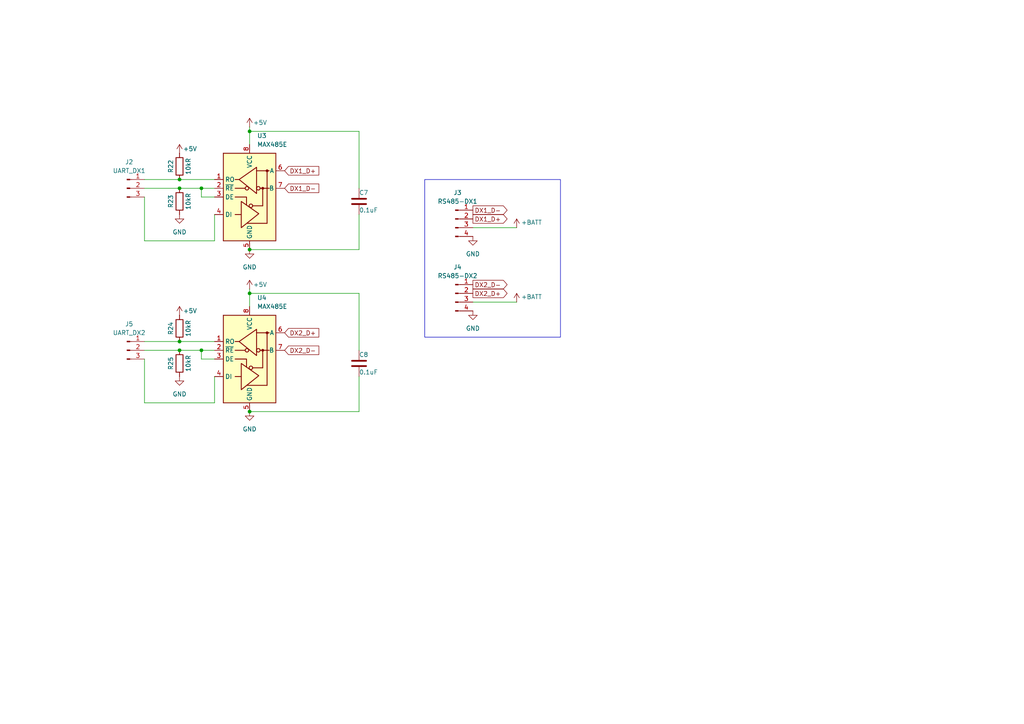
<source format=kicad_sch>
(kicad_sch (version 20231120) (generator "eeschema") (generator_version "8.0")
  (paper "A4")
  (lib_symbols
    (symbol "Connector:Conn_01x03_Pin" (pin_names (offset 1.016) hide)
      (property "Reference" "J" (at 0 5.08 0))
      (property "Value" "Conn_01x03_Pin" (at 0 -5.08 0))
      (symbol "Conn_01x03_Pin_1_1"
        (polyline (pts (xy 1.27 -2.54) (xy 0.8636 -2.54)) (stroke (width 0.1524)))
        (polyline (pts (xy 1.27 0) (xy 0.8636 0)) (stroke (width 0.1524)))
        (polyline (pts (xy 1.27 2.54) (xy 0.8636 2.54)) (stroke (width 0.1524)))
        (rectangle (start 0.8636 -2.413) (end 0 -2.667) (stroke (width 0.1524)) (fill (type outline)))
        (rectangle (start 0.8636 0.127) (end 0 -0.127) (stroke (width 0.1524)) (fill (type outline)))
        (rectangle (start 0.8636 2.667) (end 0 2.413) (stroke (width 0.1524)) (fill (type outline)))
        (pin passive line (at 5.08 2.54 180) (length 3.81) (name "Pin_1") (number "1"))
        (pin passive line (at 5.08 0 180) (length 3.81) (name "Pin_2") (number "2"))
        (pin passive line (at 5.08 -2.54 180) (length 3.81) (name "Pin_3") (number "3"))
      )
    )
    (symbol "Connector:Conn_01x04_Pin" (pin_names (offset 1.016) hide)
      (property "Reference" "J" (at 0 5.08 0))
      (property "Value" "Conn_01x04_Pin" (at 0 -7.62 0))
      (symbol "Conn_01x04_Pin_1_1"
        (polyline (pts (xy 1.27 -5.08) (xy 0.8636 -5.08)) (stroke (width 0.1524)))
        (polyline (pts (xy 1.27 -2.54) (xy 0.8636 -2.54)) (stroke (width 0.1524)))
        (polyline (pts (xy 1.27 0) (xy 0.8636 0)) (stroke (width 0.1524)))
        (polyline (pts (xy 1.27 2.54) (xy 0.8636 2.54)) (stroke (width 0.1524)))
        (rectangle (start 0.8636 -4.953) (end 0 -5.207) (stroke (width 0.1524)) (fill (type outline)))
        (rectangle (start 0.8636 -2.413) (end 0 -2.667) (stroke (width 0.1524)) (fill (type outline)))
        (rectangle (start 0.8636 0.127) (end 0 -0.127) (stroke (width 0.1524)) (fill (type outline)))
        (rectangle (start 0.8636 2.667) (end 0 2.413) (stroke (width 0.1524)) (fill (type outline)))
        (pin passive line (at 5.08 2.54 180) (length 3.81) (name "Pin_1") (number "1"))
        (pin passive line (at 5.08 0 180) (length 3.81) (name "Pin_2") (number "2"))
        (pin passive line (at 5.08 -2.54 180) (length 3.81) (name "Pin_3") (number "3"))
        (pin passive line (at 5.08 -5.08 180) (length 3.81) (name "Pin_4") (number "4"))
      )
    )
    (symbol "Device:C" (pin_numbers hide) (pin_names (offset 0.254))
      (property "Reference" "C" (at 0.635 2.54 0))
      (property "Value" "C" (at 0.635 -2.54 0))
      (symbol "C_0_1"
        (polyline (pts (xy -2.032 -0.762) (xy 2.032 -0.762)) (stroke (width 0.508)))
        (polyline (pts (xy -2.032 0.762) (xy 2.032 0.762)) (stroke (width 0.508)))
      )
      (symbol "C_1_1"
        (pin passive line (at 0 3.81 270) (length 2.794) (name "~") (number "1"))
        (pin passive line (at 0 -3.81 90) (length 2.794) (name "~") (number "2"))
      )
    )
    (symbol "Device:R" (pin_numbers hide) (pin_names (offset 0))
      (property "Reference" "R" (at 2.032 0 90))
      (property "Value" "R" (at 0 0 90))
      (symbol "R_0_1"
        (rectangle (start -1.016 -2.54) (end 1.016 2.54) (stroke (width 0.254)))
      )
      (symbol "R_1_1"
        (pin passive line (at 0 3.81 270) (length 1.27) (name "~") (number "1"))
        (pin passive line (at 0 -3.81 90) (length 1.27) (name "~") (number "2"))
      )
    )
    (symbol "Interface_UART:MAX485E"
      (property "Reference" "U" (at -6.985 13.97 0))
      (property "Value" "MAX485E" (at 1.905 13.97 0))
      (symbol "MAX485E_0_1"
        (rectangle (start -7.62 12.7) (end 7.62 -12.7) (stroke (width 0.254)) (fill (type background)))
        (polyline (pts (xy -4.191 2.54) (xy -1.27 2.54)) (stroke (width 0.254)))
        (polyline (pts (xy -2.54 -5.08) (xy -4.191 -5.08)) (stroke (width 0.254)))
        (polyline (pts (xy -0.635 -7.62) (xy 5.08 -7.62)) (stroke (width 0.254)))
        (polyline (pts (xy 0.889 -2.54) (xy 3.81 -2.54)) (stroke (width 0.254)))
        (polyline (pts (xy 2.032 7.62) (xy 5.715 7.62)) (stroke (width 0.254)))
        (polyline (pts (xy 3.048 2.54) (xy 5.715 2.54)) (stroke (width 0.254)))
        (polyline (pts (xy 3.81 -2.54) (xy 3.81 2.54)) (stroke (width 0.254)))
        (polyline (pts (xy 5.08 -7.62) (xy 5.08 7.62)) (stroke (width 0.254)))
        (polyline (pts (xy -4.191 0) (xy -0.889 0) (xy -0.889 -2.286)) (stroke (width 0.254)))
        (polyline (pts (xy -3.175 5.08) (xy -4.191 5.08) (xy -4.064 5.08)) (stroke (width 0.254)))
        (polyline (pts (xy -2.413 -5.08) (xy -2.413 -1.27) (xy 2.667 -4.826) (xy -2.413 -8.89) (xy -2.413 -5.08)) (stroke (width 0.254)))
        (circle (center 0.381 -2.54) (radius 0.508) (stroke (width 0.254)))
        (circle (center 3.81 2.54) (radius 0.2794) (stroke (width 0.254)) (fill (type outline)))
      )
      (symbol "MAX485E_1_1"
        (circle (center -0.762 2.54) (radius 0.508) (stroke (width 0.254)))
        (polyline (pts (xy 2.032 4.826) (xy 2.032 8.636) (xy -3.048 5.08) (xy 2.032 1.016) (xy 2.032 4.826)) (stroke (width 0.254)))
        (circle (center 2.54 2.54) (radius 0.508) (stroke (width 0.254)))
        (circle (center 5.08 7.62) (radius 0.2794) (stroke (width 0.254)) (fill (type outline)))
        (pin output line (at -10.16 5.08 0) (length 2.54) (name "RO") (number "1"))
        (pin input line (at -10.16 2.54 0) (length 2.54) (name "~{RE}") (number "2"))
        (pin input line (at -10.16 0 0) (length 2.54) (name "DE") (number "3"))
        (pin input line (at -10.16 -5.08 0) (length 2.54) (name "DI") (number "4"))
        (pin power_in line (at 0 -15.24 90) (length 2.54) (name "GND") (number "5"))
        (pin bidirectional line (at 10.16 7.62 180) (length 2.54) (name "A") (number "6"))
        (pin bidirectional line (at 10.16 2.54 180) (length 2.54) (name "B") (number "7"))
        (pin power_in line (at 0 15.24 270) (length 2.54) (name "VCC") (number "8"))
      )
    )
    (symbol "power:+5V" (power) (pin_numbers hide) (pin_names (offset 0) hide)
      (property "Value" "+5V" (at 0 3.556 0))
      (symbol "+5V_0_1"
        (polyline (pts (xy -0.762 1.27) (xy 0 2.54)))
        (polyline (pts (xy 0 0) (xy 0 2.54)))
        (polyline (pts (xy 0 2.54) (xy 0.762 1.27)))
      )
      (symbol "+5V_1_1"
        (pin power_in line (at 0 0 90) (length 0) (name "~") (number "1"))
      )
    )
    (symbol "power:+BATT" (power) (pin_numbers hide) (pin_names (offset 0) hide)
      (property "Value" "+BATT" (at 0 3.556 0))
      (symbol "+BATT_0_1"
        (polyline (pts (xy -0.762 1.27) (xy 0 2.54)))
        (polyline (pts (xy 0 0) (xy 0 2.54)))
        (polyline (pts (xy 0 2.54) (xy 0.762 1.27)))
      )
      (symbol "+BATT_1_1"
        (pin power_in line (at 0 0 90) (length 0) (name "~") (number "1"))
      )
    )
    (symbol "power:GND" (power) (pin_names (offset 0))
      (property "Value" "GND" (at 0 -3.81 0))
      (symbol "GND_0_1"
        (polyline (pts (xy 0 0) (xy 0 -1.27) (xy 1.27 -1.27) (xy 0 -2.54) (xy -1.27 -1.27) (xy 0 -1.27)))
      )
      (symbol "GND_1_1"
        (pin power_in line (at 0 0 270) (length 0) hide (name "GND") (number "1"))
      )
    )
  )
  (junction (at 52.07 52.07))
  (junction (at 52.07 101.6))
  (junction (at 58.42 101.6))
  (junction (at 72.39 119.38))
  (junction (at 52.07 99.06))
  (junction (at 72.39 72.39))
  (junction (at 52.07 54.61))
  (junction (at 58.42 54.61))
  (junction (at 72.39 38.1))
  (junction (at 72.39 85.09))
  (wire (pts (xy 104.14 85.09) (xy 72.39 85.09)))
  (wire (pts (xy 62.23 54.61) (xy 58.42 54.61)))
  (wire (pts (xy 104.14 54.61) (xy 104.14 38.1)))
  (wire (pts (xy 52.07 101.6) (xy 58.42 101.6)))
  (wire (pts (xy 104.14 109.22) (xy 104.14 119.38)))
  (wire (pts (xy 62.23 52.07) (xy 52.07 52.07)))
  (wire (pts (xy 62.23 99.06) (xy 52.07 99.06)))
  (wire (pts (xy 104.14 72.39) (xy 72.39 72.39)))
  (wire (pts (xy 137.16 87.63) (xy 149.86 87.63)))
  (wire (pts (xy 58.42 101.6) (xy 58.42 104.14)))
  (wire (pts (xy 41.91 116.84) (xy 62.23 116.84)))
  (wire (pts (xy 72.39 85.09) (xy 72.39 88.9)))
  (wire (pts (xy 41.91 104.14) (xy 41.91 116.84)))
  (wire (pts (xy 41.91 69.85) (xy 62.23 69.85)))
  (wire (pts (xy 137.16 66.04) (xy 149.86 66.04)))
  (wire (pts (xy 41.91 57.15) (xy 41.91 69.85)))
  (wire (pts (xy 104.14 38.1) (xy 72.39 38.1)))
  (wire (pts (xy 62.23 116.84) (xy 62.23 109.22)))
  (wire (pts (xy 62.23 69.85) (xy 62.23 62.23)))
  (wire (pts (xy 58.42 104.14) (xy 62.23 104.14)))
  (wire (pts (xy 41.91 52.07) (xy 52.07 52.07)))
  (wire (pts (xy 104.14 62.23) (xy 104.14 72.39)))
  (wire (pts (xy 72.39 36.83) (xy 72.39 38.1)))
  (wire (pts (xy 52.07 54.61) (xy 58.42 54.61)))
  (wire (pts (xy 41.91 101.6) (xy 52.07 101.6)))
  (wire (pts (xy 72.39 38.1) (xy 72.39 41.91)))
  (wire (pts (xy 41.91 54.61) (xy 52.07 54.61)))
  (wire (pts (xy 72.39 83.82) (xy 72.39 85.09)))
  (wire (pts (xy 62.23 101.6) (xy 58.42 101.6)))
  (wire (pts (xy 104.14 101.6) (xy 104.14 85.09)))
  (wire (pts (xy 58.42 57.15) (xy 62.23 57.15)))
  (wire (pts (xy 58.42 54.61) (xy 58.42 57.15)))
  (wire (pts (xy 41.91 99.06) (xy 52.07 99.06)))
  (wire (pts (xy 104.14 119.38) (xy 72.39 119.38)))
  (rectangle (start 123.19 52.07) (end 162.56 97.79))
  (global_label "DX1_D+" (shape input) (at 82.55 49.53 0) (property "Intersheetrefs" "${INTERSHEET_REFS}" (effects (hide yes))))
  (global_label "DX2_D-" (shape output) (at 137.16 82.55 0) (property "Intersheetrefs" "${INTERSHEET_REFS}" (effects (hide yes))))
  (global_label "DX1_D-" (shape input) (at 82.55 54.61 0) (property "Intersheetrefs" "${INTERSHEET_REFS}" (effects (hide yes))))
  (global_label "DX1_D-" (shape output) (at 137.16 60.96 0) (property "Intersheetrefs" "${INTERSHEET_REFS}" (effects (hide yes))))
  (global_label "DX2_D+" (shape output) (at 137.16 85.09 0) (property "Intersheetrefs" "${INTERSHEET_REFS}" (effects (hide yes))))
  (global_label "DX1_D+" (shape output) (at 137.16 63.5 0) (property "Intersheetrefs" "${INTERSHEET_REFS}" (effects (hide yes))))
  (global_label "DX2_D-" (shape input) (at 82.55 101.6 0) (property "Intersheetrefs" "${INTERSHEET_REFS}" (effects (hide yes))))
  (global_label "DX2_D+" (shape input) (at 82.55 96.52 0) (property "Intersheetrefs" "${INTERSHEET_REFS}" (effects (hide yes))))
  (symbol (lib_id "power:+BATT") (at 149.86 87.63 0) (unit 1)
    (property "Reference" "#PWR033" (effects (hide yes)))
    (property "Value" "+BATT" (at 154.178 86.106 0))
    (property "Description" "Power symbol creates a global label with name \"+BATT\"" (effects (hide yes)))
  )
  (symbol (lib_id "power:+5V") (at 52.07 44.45 0) (unit 1)
    (property "Reference" "#PWR027" (effects (hide yes)))
    (property "Value" "+5V" (at 55.118 43.18 0))
    (property "Description" "Power symbol creates a global label with name \"+5V\"" (effects (hide yes)))
  )
  (symbol (lib_id "Connector:Conn_01x03_Pin") (at 36.83 54.61 0) (unit 1)
    (property "Reference" "J2" (at 37.465 46.99 0))
    (property "Value" "UART_DX1" (at 37.465 49.53 0))
    (property "Footprint" "Connector_PinHeader_2.54mm:PinHeader_1x03_P2.54mm_Vertical" (effects (hide yes)))
    (property "Description" "Generic connector, single row, 01x03, script generated" (effects (hide yes)))
  )
  (symbol (lib_id "power:+5V") (at 72.39 83.82 0) (unit 1)
    (property "Reference" "#PWR032" (effects (hide yes)))
    (property "Value" "+5V" (at 75.438 82.55 0))
    (property "Description" "Power symbol creates a global label with name \"+5V\"" (effects (hide yes)))
  )
  (symbol (lib_id "Connector:Conn_01x03_Pin") (at 36.83 101.6 0) (unit 1)
    (property "Reference" "J5" (at 37.465 93.98 0))
    (property "Value" "UART_DX2" (at 37.465 96.52 0))
    (property "Footprint" "Connector_PinHeader_2.54mm:PinHeader_1x03_P2.54mm_Vertical" (effects (hide yes)))
    (property "Description" "Generic connector, single row, 01x03, script generated" (effects (hide yes)))
  )
  (symbol (lib_id "power:GND") (at 52.07 109.22 0) (unit 1)
    (property "Reference" "#PWR036" (effects (hide yes)))
    (property "Value" "GND" (at 52.07 114.3 0))
  )
  (symbol (lib_id "Interface_UART:MAX485E") (at 72.39 104.14 0) (unit 1)
    (property "Reference" "U4" (at 74.5841 86.36 0) (effects (justify left)))
    (property "Value" "MAX485E" (at 74.5841 88.9 0) (effects (justify left)))
    (property "Footprint" "User_defined_footprints:SOIC127P600X175-8N (MAX485)" (effects (hide yes)))
    (property "Datasheet" "https://datasheets.maximintegrated.com/en/ds/MAX1487E-MAX491E.pdf" (effects (hide yes)))
    (property "Description" "Half duplex RS-485/RS-422, 2.5 Mbps, ±15kV electro-static discharge (ESD) protection, no slew-rate, no low-power shutdown, with receiver/driver enable, 32 receiver drive capability, DIP-8 and SOIC-8" (effects (hide yes)))
  )
  (symbol (lib_id "Device:R") (at 52.07 105.41 180) (unit 1)
    (property "Reference" "R25" (at 49.53 105.41 90))
    (property "Value" "10kR" (at 54.61 105.41 90))
    (property "Footprint" "Resistor_SMD:R_0603_1608Metric_Pad0.98x0.95mm_HandSolder" (effects (hide yes)))
  )
  (symbol (lib_id "power:GND") (at 137.16 68.58 0) (unit 1)
    (property "Reference" "#PWR030" (effects (hide yes)))
    (property "Value" "GND" (at 137.16 73.66 0))
  )
  (symbol (lib_id "Interface_UART:MAX485E") (at 72.39 57.15 0) (unit 1)
    (property "Reference" "U3" (at 74.5841 39.37 0) (effects (justify left)))
    (property "Value" "MAX485E" (at 74.5841 41.91 0) (effects (justify left)))
    (property "Footprint" "User_defined_footprints:SOIC127P600X175-8N (MAX485)" (effects (hide yes)))
    (property "Datasheet" "https://datasheets.maximintegrated.com/en/ds/MAX1487E-MAX491E.pdf" (effects (hide yes)))
    (property "Description" "Half duplex RS-485/RS-422, 2.5 Mbps, ±15kV electro-static discharge (ESD) protection, no slew-rate, no low-power shutdown, with receiver/driver enable, 32 receiver drive capability, DIP-8 and SOIC-8" (effects (hide yes)))
  )
  (symbol (lib_id "power:+5V") (at 72.39 36.83 0) (unit 1)
    (property "Reference" "#PWR026" (effects (hide yes)))
    (property "Value" "+5V" (at 75.438 35.56 0))
    (property "Description" "Power symbol creates a global label with name \"+5V\"" (effects (hide yes)))
  )
  (symbol (lib_id "Connector:Conn_01x04_Pin") (at 132.08 85.09 0) (unit 1)
    (property "Reference" "J4" (at 132.715 77.47 0))
    (property "Value" "RS485-DX2" (at 132.715 80.01 0))
    (property "Footprint" "Connector_Molex:Molex_SPOX_5267-04A_1x04_P2.50mm_Vertical" (effects (hide yes)))
    (property "Description" "Generic connector, single row, 01x04, script generated" (effects (hide yes)))
  )
  (symbol (lib_id "power:GND") (at 137.16 90.17 0) (unit 1)
    (property "Reference" "#PWR034" (effects (hide yes)))
    (property "Value" "GND" (at 137.16 95.25 0))
  )
  (symbol (lib_id "Device:C") (at 104.14 105.41 180) (unit 1)
    (property "Reference" "C8" (at 104.14 102.87 0) (effects (justify right)))
    (property "Value" "0.1uF" (at 104.14 107.95 0) (effects (justify right)))
    (property "Footprint" "Capacitor_SMD:C_0603_1608Metric" (effects (hide yes)))
  )
  (symbol (lib_id "Device:C") (at 104.14 58.42 180) (unit 1)
    (property "Reference" "C7" (at 104.14 55.88 0) (effects (justify right)))
    (property "Value" "0.1uF" (at 104.14 60.96 0) (effects (justify right)))
    (property "Footprint" "Capacitor_SMD:C_0603_1608Metric" (effects (hide yes)))
  )
  (symbol (lib_id "power:GND") (at 72.39 72.39 0) (unit 1)
    (property "Reference" "#PWR031" (effects (hide yes)))
    (property "Value" "GND" (at 72.39 77.47 0))
  )
  (symbol (lib_id "power:+5V") (at 52.07 91.44 0) (unit 1)
    (property "Reference" "#PWR035" (effects (hide yes)))
    (property "Value" "+5V" (at 55.118 90.17 0))
    (property "Description" "Power symbol creates a global label with name \"+5V\"" (effects (hide yes)))
  )
  (symbol (lib_id "power:GND") (at 52.07 62.23 0) (unit 1)
    (property "Reference" "#PWR028" (effects (hide yes)))
    (property "Value" "GND" (at 52.07 67.31 0))
  )
  (symbol (lib_id "Device:R") (at 52.07 58.42 180) (unit 1)
    (property "Reference" "R23" (at 49.53 58.42 90))
    (property "Value" "10kR" (at 54.61 58.42 90))
    (property "Footprint" "Resistor_SMD:R_0603_1608Metric_Pad0.98x0.95mm_HandSolder" (effects (hide yes)))
  )
  (symbol (lib_id "power:+BATT") (at 149.86 66.04 0) (unit 1)
    (property "Reference" "#PWR029" (effects (hide yes)))
    (property "Value" "+BATT" (at 154.178 64.516 0))
    (property "Description" "Power symbol creates a global label with name \"+BATT\"" (effects (hide yes)))
  )
  (symbol (lib_id "Device:R") (at 52.07 48.26 180) (unit 1)
    (property "Reference" "R22" (at 49.53 48.26 90))
    (property "Value" "10kR" (at 54.61 48.26 90))
    (property "Footprint" "Resistor_SMD:R_0603_1608Metric_Pad0.98x0.95mm_HandSolder" (effects (hide yes)))
  )
  (symbol (lib_id "Device:R") (at 52.07 95.25 180) (unit 1)
    (property "Reference" "R24" (at 49.53 95.25 90))
    (property "Value" "10kR" (at 54.61 95.25 90))
    (property "Footprint" "Resistor_SMD:R_0603_1608Metric_Pad0.98x0.95mm_HandSolder" (effects (hide yes)))
  )
  (symbol (lib_id "Connector:Conn_01x04_Pin") (at 132.08 63.5 0) (unit 1)
    (property "Reference" "J3" (at 132.715 55.88 0))
    (property "Value" "RS485-DX1" (at 132.715 58.42 0))
    (property "Footprint" "Connector_Molex:Molex_SPOX_5267-04A_1x04_P2.50mm_Vertical" (effects (hide yes)))
    (property "Description" "Generic connector, single row, 01x04, script generated" (effects (hide yes)))
  )
  (symbol (lib_id "power:GND") (at 72.39 119.38 0) (unit 1)
    (property "Reference" "#PWR037" (effects (hide yes)))
    (property "Value" "GND" (at 72.39 124.46 0))
  )
)
</source>
